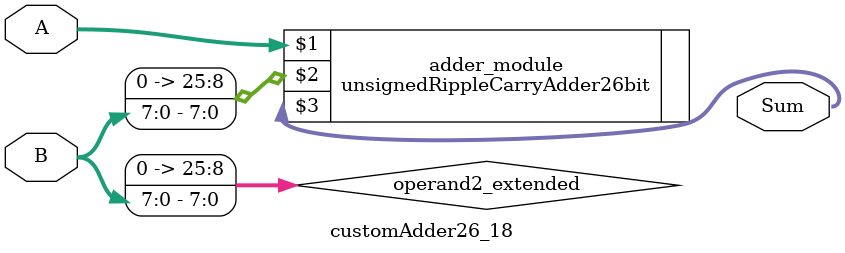
<source format=v>

module customAdder26_18(
                    input [25 : 0] A,
                    input [7 : 0] B,
                    
                    output [26 : 0] Sum
            );

    wire [25 : 0] operand2_extended;
    
    assign operand2_extended =  {18'b0, B};
    
    unsignedRippleCarryAdder26bit adder_module(
        A,
        operand2_extended,
        Sum
    );
    
endmodule
        
</source>
